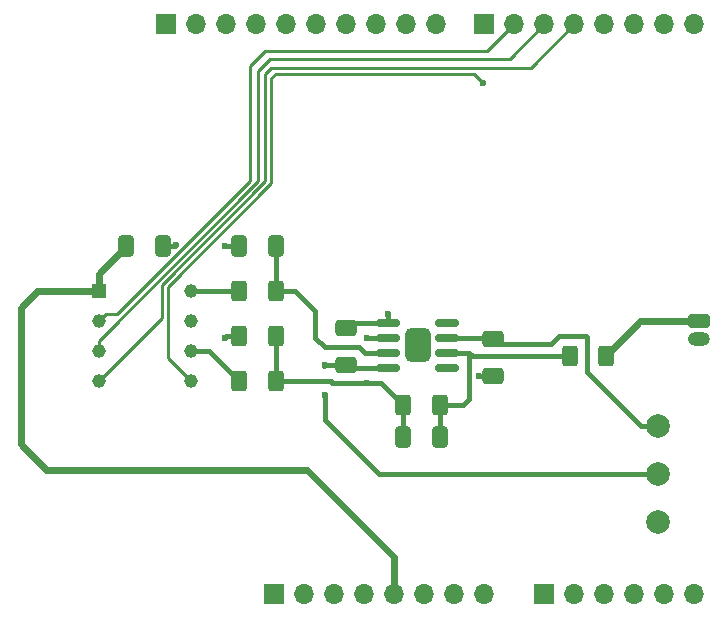
<source format=gbr>
%TF.GenerationSoftware,KiCad,Pcbnew,7.0.11-7.0.11~ubuntu22.04.1*%
%TF.CreationDate,2024-03-05T16:26:23-05:00*%
%TF.ProjectId,PCB,5043422e-6b69-4636-9164-5f7063625858,rev?*%
%TF.SameCoordinates,Original*%
%TF.FileFunction,Copper,L1,Top*%
%TF.FilePolarity,Positive*%
%FSLAX46Y46*%
G04 Gerber Fmt 4.6, Leading zero omitted, Abs format (unit mm)*
G04 Created by KiCad (PCBNEW 7.0.11-7.0.11~ubuntu22.04.1) date 2024-03-05 16:26:23*
%MOMM*%
%LPD*%
G01*
G04 APERTURE LIST*
G04 Aperture macros list*
%AMRoundRect*
0 Rectangle with rounded corners*
0 $1 Rounding radius*
0 $2 $3 $4 $5 $6 $7 $8 $9 X,Y pos of 4 corners*
0 Add a 4 corners polygon primitive as box body*
4,1,4,$2,$3,$4,$5,$6,$7,$8,$9,$2,$3,0*
0 Add four circle primitives for the rounded corners*
1,1,$1+$1,$2,$3*
1,1,$1+$1,$4,$5*
1,1,$1+$1,$6,$7*
1,1,$1+$1,$8,$9*
0 Add four rect primitives between the rounded corners*
20,1,$1+$1,$2,$3,$4,$5,0*
20,1,$1+$1,$4,$5,$6,$7,0*
20,1,$1+$1,$6,$7,$8,$9,0*
20,1,$1+$1,$8,$9,$2,$3,0*%
G04 Aperture macros list end*
%TA.AperFunction,ComponentPad*%
%ADD10R,1.700000X1.700000*%
%TD*%
%TA.AperFunction,ComponentPad*%
%ADD11O,1.700000X1.700000*%
%TD*%
%TA.AperFunction,ComponentPad*%
%ADD12C,2.000000*%
%TD*%
%TA.AperFunction,SMDPad,CuDef*%
%ADD13RoundRect,0.250000X0.400000X0.625000X-0.400000X0.625000X-0.400000X-0.625000X0.400000X-0.625000X0*%
%TD*%
%TA.AperFunction,SMDPad,CuDef*%
%ADD14RoundRect,0.250000X-0.400000X-0.625000X0.400000X-0.625000X0.400000X0.625000X-0.400000X0.625000X0*%
%TD*%
%TA.AperFunction,ComponentPad*%
%ADD15R,1.159000X1.159000*%
%TD*%
%TA.AperFunction,ComponentPad*%
%ADD16C,1.159000*%
%TD*%
%TA.AperFunction,SMDPad,CuDef*%
%ADD17RoundRect,0.250000X-0.412500X-0.650000X0.412500X-0.650000X0.412500X0.650000X-0.412500X0.650000X0*%
%TD*%
%TA.AperFunction,SMDPad,CuDef*%
%ADD18RoundRect,0.250000X-0.650000X0.412500X-0.650000X-0.412500X0.650000X-0.412500X0.650000X0.412500X0*%
%TD*%
%TA.AperFunction,SMDPad,CuDef*%
%ADD19RoundRect,0.150000X-0.825000X-0.150000X0.825000X-0.150000X0.825000X0.150000X-0.825000X0.150000X0*%
%TD*%
%TA.AperFunction,SMDPad,CuDef*%
%ADD20RoundRect,0.550000X-0.550000X-0.900000X0.550000X-0.900000X0.550000X0.900000X-0.550000X0.900000X0*%
%TD*%
%TA.AperFunction,SMDPad,CuDef*%
%ADD21RoundRect,0.250000X0.412500X0.650000X-0.412500X0.650000X-0.412500X-0.650000X0.412500X-0.650000X0*%
%TD*%
%TA.AperFunction,ComponentPad*%
%ADD22RoundRect,0.250000X-0.685000X0.335000X-0.685000X-0.335000X0.685000X-0.335000X0.685000X0.335000X0*%
%TD*%
%TA.AperFunction,ComponentPad*%
%ADD23O,1.870000X1.170000*%
%TD*%
%TA.AperFunction,SMDPad,CuDef*%
%ADD24RoundRect,0.250000X0.650000X-0.412500X0.650000X0.412500X-0.650000X0.412500X-0.650000X-0.412500X0*%
%TD*%
%TA.AperFunction,ViaPad*%
%ADD25C,0.600000*%
%TD*%
%TA.AperFunction,Conductor*%
%ADD26C,0.400000*%
%TD*%
%TA.AperFunction,Conductor*%
%ADD27C,0.600000*%
%TD*%
%TA.AperFunction,Conductor*%
%ADD28C,0.250000*%
%TD*%
G04 APERTURE END LIST*
D10*
%TO.P,J1,1,Pin_1*%
%TO.N,unconnected-(J1-Pin_1-Pad1)*%
X127940000Y-97460000D03*
D11*
%TO.P,J1,2,Pin_2*%
%TO.N,/IOREF*%
X130480000Y-97460000D03*
%TO.P,J1,3,Pin_3*%
%TO.N,/~{RESET}*%
X133020000Y-97460000D03*
%TO.P,J1,4,Pin_4*%
%TO.N,+3V3*%
X135560000Y-97460000D03*
%TO.P,J1,5,Pin_5*%
%TO.N,+5V*%
X138100000Y-97460000D03*
%TO.P,J1,6,Pin_6*%
%TO.N,GND*%
X140640000Y-97460000D03*
%TO.P,J1,7,Pin_7*%
X143180000Y-97460000D03*
%TO.P,J1,8,Pin_8*%
%TO.N,VCC*%
X145720000Y-97460000D03*
%TD*%
D10*
%TO.P,J3,1,Pin_1*%
%TO.N,/A0*%
X150800000Y-97460000D03*
D11*
%TO.P,J3,2,Pin_2*%
%TO.N,/A1*%
X153340000Y-97460000D03*
%TO.P,J3,3,Pin_3*%
%TO.N,/A2*%
X155880000Y-97460000D03*
%TO.P,J3,4,Pin_4*%
%TO.N,/A3*%
X158420000Y-97460000D03*
%TO.P,J3,5,Pin_5*%
%TO.N,/SDA{slash}A4*%
X160960000Y-97460000D03*
%TO.P,J3,6,Pin_6*%
%TO.N,/SCL{slash}A5*%
X163500000Y-97460000D03*
%TD*%
D10*
%TO.P,J2,1,Pin_1*%
%TO.N,unconnected-(J2-Pin_1-Pad1)*%
X118796000Y-49200000D03*
D11*
%TO.P,J2,2,Pin_2*%
%TO.N,unconnected-(J2-Pin_2-Pad2)*%
X121336000Y-49200000D03*
%TO.P,J2,3,Pin_3*%
%TO.N,/AREF*%
X123876000Y-49200000D03*
%TO.P,J2,4,Pin_4*%
%TO.N,GND*%
X126416000Y-49200000D03*
%TO.P,J2,5,Pin_5*%
%TO.N,/13*%
X128956000Y-49200000D03*
%TO.P,J2,6,Pin_6*%
%TO.N,/12*%
X131496000Y-49200000D03*
%TO.P,J2,7,Pin_7*%
%TO.N,/\u002A11*%
X134036000Y-49200000D03*
%TO.P,J2,8,Pin_8*%
%TO.N,/\u002A10*%
X136576000Y-49200000D03*
%TO.P,J2,9,Pin_9*%
%TO.N,/\u002A9*%
X139116000Y-49200000D03*
%TO.P,J2,10,Pin_10*%
%TO.N,/8*%
X141656000Y-49200000D03*
%TD*%
D10*
%TO.P,J4,1,Pin_1*%
%TO.N,/7*%
X145720000Y-49200000D03*
D11*
%TO.P,J4,2,Pin_2*%
%TO.N,/\u002A6*%
X148260000Y-49200000D03*
%TO.P,J4,3,Pin_3*%
%TO.N,/\u002A5*%
X150800000Y-49200000D03*
%TO.P,J4,4,Pin_4*%
%TO.N,/4*%
X153340000Y-49200000D03*
%TO.P,J4,5,Pin_5*%
%TO.N,/\u002A3*%
X155880000Y-49200000D03*
%TO.P,J4,6,Pin_6*%
%TO.N,/2*%
X158420000Y-49200000D03*
%TO.P,J4,7,Pin_7*%
%TO.N,/TX{slash}1*%
X160960000Y-49200000D03*
%TO.P,J4,8,Pin_8*%
%TO.N,/RX{slash}0*%
X163500000Y-49200000D03*
%TD*%
D12*
%TO.P,J8,1,Pin_1*%
%TO.N,GND*%
X160401200Y-91350000D03*
%TD*%
D13*
%TO.P,R1,1*%
%TO.N,Net-(C2-Pad1)*%
X128054500Y-79426000D03*
%TO.P,R1,2*%
%TO.N,Net-(U1-Vref)*%
X124954500Y-79426000D03*
%TD*%
D14*
%TO.P,R3,1*%
%TO.N,Net-(U1-Vout)*%
X124954500Y-71806000D03*
%TO.P,R3,2*%
%TO.N,Net-(C1-Pad1)*%
X128054500Y-71806000D03*
%TD*%
D15*
%TO.P,U1,1,Vdd*%
%TO.N,+5V*%
X113074500Y-71806000D03*
D16*
%TO.P,U1,2,~{CS}*%
%TO.N,/\u002A6*%
X113074500Y-74346000D03*
%TO.P,U1,3,SCK*%
%TO.N,/\u002A5*%
X113074500Y-76886000D03*
%TO.P,U1,4,SDI*%
%TO.N,/4*%
X113074500Y-79426000D03*
%TO.P,U1,5,~{LDAC}*%
%TO.N,/7*%
X120884500Y-79426000D03*
%TO.P,U1,6,Vref*%
%TO.N,Net-(U1-Vref)*%
X120884500Y-76886000D03*
%TO.P,U1,7,Vss*%
%TO.N,GND*%
X120884500Y-74346000D03*
%TO.P,U1,8,Vout*%
%TO.N,Net-(U1-Vout)*%
X120884500Y-71806000D03*
%TD*%
D14*
%TO.P,R5,1*%
%TO.N,Net-(C2-Pad2)*%
X152933000Y-77267000D03*
%TO.P,R5,2*%
%TO.N,Net-(J6-Pin_1)*%
X156033000Y-77267000D03*
%TD*%
D17*
%TO.P,C5,1*%
%TO.N,+5V*%
X115417000Y-67996000D03*
%TO.P,C5,2*%
%TO.N,GND*%
X118542000Y-67996000D03*
%TD*%
D18*
%TO.P,C3,1*%
%TO.N,HT*%
X146482000Y-75831500D03*
%TO.P,C3,2*%
%TO.N,GND*%
X146482000Y-78956500D03*
%TD*%
D19*
%TO.P,U2,1*%
%TO.N,GND*%
X137595000Y-74485000D03*
%TO.P,U2,2*%
%TO.N,Net-(C2-Pad1)*%
X137595000Y-75755000D03*
%TO.P,U2,3*%
%TO.N,Net-(C1-Pad1)*%
X137595000Y-77025000D03*
%TO.P,U2,4*%
%TO.N,-VSW*%
X137595000Y-78295000D03*
%TO.P,U2,5*%
%TO.N,Net-(U2-Pad5)*%
X142545000Y-78295000D03*
%TO.P,U2,6*%
%TO.N,Net-(C2-Pad2)*%
X142545000Y-77025000D03*
%TO.P,U2,7*%
%TO.N,HT*%
X142545000Y-75755000D03*
%TO.P,U2,8*%
%TO.N,Net-(U2-Pad5)*%
X142545000Y-74485000D03*
D20*
%TO.P,U2,9*%
%TO.N,N/C*%
X140070000Y-76390000D03*
%TD*%
D17*
%TO.P,C2,1*%
%TO.N,Net-(C2-Pad1)*%
X138862000Y-84125000D03*
%TO.P,C2,2*%
%TO.N,Net-(C2-Pad2)*%
X141987000Y-84125000D03*
%TD*%
D21*
%TO.P,C1,1*%
%TO.N,Net-(C1-Pad1)*%
X128067000Y-67996000D03*
%TO.P,C1,2*%
%TO.N,GND*%
X124942000Y-67996000D03*
%TD*%
D12*
%TO.P,J5,1,Pin_1*%
%TO.N,HT*%
X160401200Y-83250000D03*
%TD*%
D22*
%TO.P,J6,1,Pin_1*%
%TO.N,Net-(J6-Pin_1)*%
X163881000Y-74370000D03*
D23*
%TO.P,J6,2,Pin_2*%
%TO.N,GND*%
X163881000Y-75870000D03*
%TD*%
D12*
%TO.P,J7,1,Pin_1*%
%TO.N,-VSW*%
X160401200Y-87300000D03*
%TD*%
D24*
%TO.P,C4,1*%
%TO.N,-VSW*%
X134036000Y-78067500D03*
%TO.P,C4,2*%
%TO.N,GND*%
X134036000Y-74942500D03*
%TD*%
D14*
%TO.P,R2,1*%
%TO.N,GND*%
X124954500Y-75616000D03*
%TO.P,R2,2*%
%TO.N,Net-(C2-Pad1)*%
X128054500Y-75616000D03*
%TD*%
%TO.P,R4,1*%
%TO.N,Net-(C2-Pad1)*%
X138836000Y-81458000D03*
%TO.P,R4,2*%
%TO.N,Net-(C2-Pad2)*%
X141936000Y-81458000D03*
%TD*%
D25*
%TO.N,GND*%
X137592000Y-73711000D03*
X123749000Y-75743000D03*
X119612858Y-67923858D03*
X145250500Y-78956500D03*
X123749000Y-75743000D03*
X123749000Y-67996000D03*
%TO.N,/7*%
X145593000Y-54153000D03*
%TO.N,Net-(C2-Pad1)*%
X135814000Y-79553000D03*
X135814000Y-75743000D03*
%TO.N,-VSW*%
X132219500Y-78067500D03*
X132258000Y-80569000D03*
%TD*%
D26*
%TO.N,GND*%
X134493500Y-74485000D02*
X134036000Y-74942500D01*
X137595000Y-73714000D02*
X137592000Y-73711000D01*
X124942000Y-67996000D02*
X123749000Y-67996000D01*
X146482000Y-78956500D02*
X145250500Y-78956500D01*
X124954500Y-75616000D02*
X123876000Y-75616000D01*
X119540716Y-67996000D02*
X119612858Y-67923858D01*
X137595000Y-74485000D02*
X134493500Y-74485000D01*
X145212000Y-78918000D02*
X145250500Y-78956500D01*
X123876000Y-75616000D02*
X123749000Y-75743000D01*
X137595000Y-74485000D02*
X137595000Y-73714000D01*
X118542000Y-67996000D02*
X119540716Y-67996000D01*
D27*
%TO.N,+5V*%
X108636000Y-86919000D02*
X106477000Y-84760000D01*
X113074500Y-71806000D02*
X113074500Y-70338500D01*
X106477000Y-84760000D02*
X106477000Y-73203000D01*
X138100000Y-94285000D02*
X130734000Y-86919000D01*
X130734000Y-86919000D02*
X108636000Y-86919000D01*
X113074500Y-70338500D02*
X115417000Y-67996000D01*
X107874000Y-71806000D02*
X113074500Y-71806000D01*
X138100000Y-97460000D02*
X138100000Y-94285000D01*
X106477000Y-73203000D02*
X107874000Y-71806000D01*
D28*
%TO.N,/7*%
X118923000Y-71425000D02*
X127686000Y-62662000D01*
X120884500Y-79426000D02*
X118923000Y-77464500D01*
X127686000Y-53772000D02*
X128067000Y-53391000D01*
X127686000Y-62662000D02*
X127686000Y-53772000D01*
X118923000Y-77464500D02*
X118923000Y-71425000D01*
X128067000Y-53391000D02*
X144831000Y-53391000D01*
X144831000Y-53391000D02*
X145593000Y-54153000D01*
%TO.N,/4*%
X113074500Y-79426000D02*
X118395392Y-74105108D01*
X149657000Y-52883000D02*
X153340000Y-49200000D01*
X118395392Y-74105108D02*
X118395392Y-71298000D01*
X127178000Y-53391000D02*
X127686000Y-52883000D01*
X127686000Y-52883000D02*
X149657000Y-52883000D01*
X127178000Y-62515392D02*
X127178000Y-53391000D01*
X118395392Y-71298000D02*
X127178000Y-62515392D01*
%TO.N,/\u002A6*%
X127178000Y-51486000D02*
X145974000Y-51486000D01*
X114654099Y-73766501D02*
X125908000Y-62512600D01*
X113653999Y-73766501D02*
X114654099Y-73766501D01*
X125908000Y-52756000D02*
X127178000Y-51486000D01*
X113074500Y-74346000D02*
X113653999Y-73766501D01*
X125908000Y-62512600D02*
X125908000Y-52756000D01*
X145974000Y-51486000D02*
X148260000Y-49200000D01*
%TO.N,/\u002A5*%
X147879000Y-52121000D02*
X150800000Y-49200000D01*
X126543000Y-53137000D02*
X127559000Y-52121000D01*
X113074500Y-75982496D02*
X126543000Y-62513996D01*
X113074500Y-76886000D02*
X113074500Y-75982496D01*
X127559000Y-52121000D02*
X147879000Y-52121000D01*
X126543000Y-62513996D02*
X126543000Y-53137000D01*
D26*
%TO.N,Net-(C1-Pad1)*%
X131369000Y-75743000D02*
X131369000Y-73457000D01*
X129718000Y-71806000D02*
X128054500Y-71806000D01*
X128067000Y-71793500D02*
X128054500Y-71806000D01*
X132196000Y-76570000D02*
X131369000Y-75743000D01*
X135597350Y-77025000D02*
X135142350Y-76570000D01*
X128067000Y-67996000D02*
X128067000Y-71793500D01*
X135142350Y-76570000D02*
X132196000Y-76570000D01*
X131369000Y-73457000D02*
X129718000Y-71806000D01*
X137595000Y-77025000D02*
X135597350Y-77025000D01*
D27*
%TO.N,Net-(J6-Pin_1)*%
X158930000Y-74370000D02*
X163881000Y-74370000D01*
X156033000Y-77267000D02*
X158930000Y-74370000D01*
D26*
%TO.N,Net-(U1-Vref)*%
X122414500Y-76886000D02*
X124954500Y-79426000D01*
X120884500Y-76886000D02*
X122414500Y-76886000D01*
%TO.N,Net-(U1-Vout)*%
X120884500Y-71806000D02*
X124954500Y-71806000D01*
%TO.N,Net-(C2-Pad1)*%
X135802000Y-79565000D02*
X135814000Y-79553000D01*
X136931000Y-79553000D02*
X138836000Y-81458000D01*
X132859133Y-79565000D02*
X135802000Y-79565000D01*
X135826000Y-75755000D02*
X135814000Y-75743000D01*
X128054500Y-75616000D02*
X128054500Y-79426000D01*
X132720133Y-79426000D02*
X132859133Y-79565000D01*
X138836000Y-84099000D02*
X138862000Y-84125000D01*
X138836000Y-81458000D02*
X138836000Y-84099000D01*
X137595000Y-75755000D02*
X135826000Y-75755000D01*
X128054500Y-79426000D02*
X132720133Y-79426000D01*
X135814000Y-79553000D02*
X136931000Y-79553000D01*
%TO.N,Net-(C2-Pad2)*%
X143942000Y-81458000D02*
X141936000Y-81458000D01*
X141987000Y-81509000D02*
X141936000Y-81458000D01*
X144766000Y-77329000D02*
X152871000Y-77329000D01*
X142545000Y-77025000D02*
X144438000Y-77025000D01*
X144450000Y-77013000D02*
X144766000Y-77329000D01*
X144450000Y-80950000D02*
X143942000Y-81458000D01*
X144450000Y-77013000D02*
X144450000Y-80950000D01*
X141987000Y-84125000D02*
X141987000Y-81509000D01*
X144438000Y-77025000D02*
X144450000Y-77013000D01*
X152871000Y-77329000D02*
X152933000Y-77267000D01*
%TO.N,-VSW*%
X132131000Y-78156000D02*
X132219500Y-78067500D01*
X134263500Y-78295000D02*
X137595000Y-78295000D01*
X132258000Y-80569000D02*
X132258000Y-82728000D01*
X136830000Y-87300000D02*
X160401200Y-87300000D01*
X134036000Y-78067500D02*
X134263500Y-78295000D01*
X132258000Y-82728000D02*
X136830000Y-87300000D01*
X134036000Y-78067500D02*
X132219500Y-78067500D01*
%TO.N,HT*%
X146405500Y-75755000D02*
X146482000Y-75831500D01*
X151339650Y-76294000D02*
X146944500Y-76294000D01*
X152076650Y-75557000D02*
X151339650Y-76294000D01*
X154297000Y-75557000D02*
X152076650Y-75557000D01*
X160401200Y-83250000D02*
X158986987Y-83250000D01*
X154418000Y-75678000D02*
X154297000Y-75557000D01*
X142545000Y-75755000D02*
X146405500Y-75755000D01*
X154418000Y-78681013D02*
X154418000Y-75678000D01*
X146944500Y-76294000D02*
X146482000Y-75831500D01*
X158986987Y-83250000D02*
X154418000Y-78681013D01*
%TD*%
M02*

</source>
